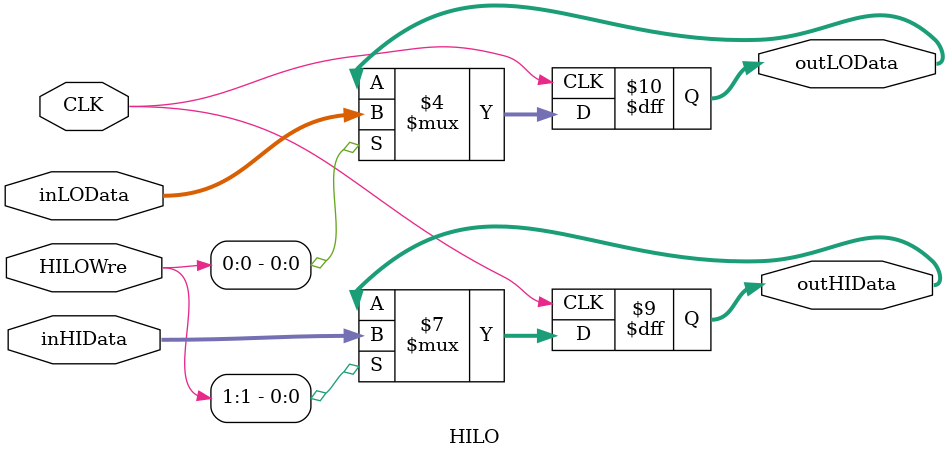
<source format=v>
`timescale 1ns / 1ps


module HILO(
    input CLK,
    input [1:0]HILOWre,
    input [31:0]inHIData,
    input [31:0]inLOData,
    output reg[31:0]outHIData,
    output reg[31:0]outLOData
    );
    
    initial begin
            outHIData <= 0;
            outLOData <= 0;
    end
        
    /*reg [31:0] HI;
    reg [31:0] LO;*/
            
    /*always@(inHIData or inLOData)
    begin
        outHIData = HI;
        outLOData = LO;
    end*/
    
    //always@(inLOData or HILOWre)
    always@(negedge CLK)
    begin
    if(HILOWre[1])
    begin
        outHIData = inHIData;
    end
    if(HILOWre[0])
    begin
        outLOData = inLOData;
    end
        /*if(HILOWre)
        begin
            HI = inHIData;
            LO = inLOData;
        end */
    end
endmodule

</source>
